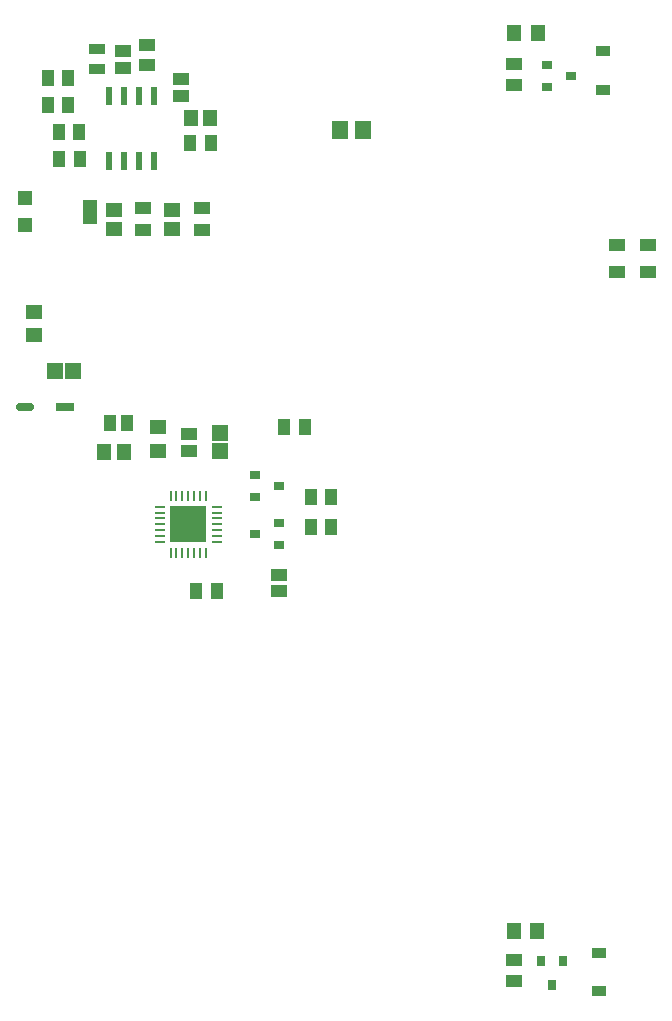
<source format=gbp>
G04*
G04 #@! TF.GenerationSoftware,Altium Limited,Altium Designer,24.10.1 (45)*
G04*
G04 Layer_Color=128*
%FSLAX44Y44*%
%MOMM*%
G71*
G04*
G04 #@! TF.SameCoordinates,9B87C798-A5EC-4888-A0B9-4BDBECF7F39D*
G04*
G04*
G04 #@! TF.FilePolarity,Positive*
G04*
G01*
G75*
%ADD19R,1.0500X1.4500*%
%ADD20R,1.3781X1.4562*%
%ADD22R,1.3500X1.1000*%
%ADD26R,1.1000X1.3500*%
%ADD34R,1.4000X1.1000*%
%ADD35R,1.4500X1.2000*%
%ADD42R,1.1000X1.4000*%
%ADD107R,1.4500X1.0500*%
%ADD108R,0.6000X1.5200*%
%ADD109R,1.0000X1.3500*%
%ADD110R,1.3500X0.8500*%
%ADD111R,3.1300X3.1300*%
%ADD112O,0.8500X0.2000*%
%ADD113O,0.2000X0.8500*%
%ADD114R,0.9000X0.8000*%
%ADD115R,1.2200X0.9100*%
%ADD116R,1.4500X1.3000*%
%ADD117R,1.3000X1.4500*%
%ADD118R,1.4000X1.0000*%
%ADD119R,1.3500X1.5500*%
%ADD120R,1.1500X1.4500*%
%ADD121R,1.3000X1.3000*%
%ADD122R,1.3000X2.0000*%
%ADD123R,1.2000X1.4500*%
%ADD124R,1.4562X1.3781*%
%ADD125R,1.5575X0.7425*%
G04:AMPARAMS|DCode=126|XSize=1.5575mm|YSize=0.7425mm|CornerRadius=0.3712mm|HoleSize=0mm|Usage=FLASHONLY|Rotation=180.000|XOffset=0mm|YOffset=0mm|HoleType=Round|Shape=RoundedRectangle|*
%AMROUNDEDRECTD126*
21,1,1.5575,0.0000,0,0,180.0*
21,1,0.8150,0.7425,0,0,180.0*
1,1,0.7425,-0.4075,0.0000*
1,1,0.7425,0.4075,0.0000*
1,1,0.7425,0.4075,0.0000*
1,1,0.7425,-0.4075,0.0000*
%
%ADD126ROUNDEDRECTD126*%
%ADD127R,0.8000X0.9000*%
D19*
X187924Y777082D02*
D03*
X169425D02*
D03*
D20*
X55372Y583801D02*
D03*
X71101D02*
D03*
D22*
X161800Y830879D02*
D03*
Y816878D02*
D03*
X112778Y841024D02*
D03*
Y855024D02*
D03*
X169058Y530535D02*
D03*
Y516535D02*
D03*
X244917Y397386D02*
D03*
Y411386D02*
D03*
D26*
X102012Y539645D02*
D03*
X116012D02*
D03*
D34*
X444467Y826336D02*
D03*
Y843836D02*
D03*
X133394Y842773D02*
D03*
Y860273D02*
D03*
X444405Y85382D02*
D03*
Y67882D02*
D03*
D35*
X37719Y614164D02*
D03*
Y634164D02*
D03*
X142753Y536670D02*
D03*
Y516670D02*
D03*
D42*
X289504Y477353D02*
D03*
X272003D02*
D03*
X289552Y451682D02*
D03*
X272052D02*
D03*
X58763Y763393D02*
D03*
X76263D02*
D03*
X49287Y831905D02*
D03*
X66787D02*
D03*
X49338Y808966D02*
D03*
X66838D02*
D03*
X58556Y786218D02*
D03*
X76056D02*
D03*
D107*
X129695Y703343D02*
D03*
Y721843D02*
D03*
X180298Y703298D02*
D03*
Y721797D02*
D03*
D108*
X101148Y816922D02*
D03*
X113848D02*
D03*
X126548D02*
D03*
X139248D02*
D03*
X101148Y762122D02*
D03*
X113848D02*
D03*
X126548D02*
D03*
X139248D02*
D03*
D109*
X249141Y536483D02*
D03*
X267141D02*
D03*
X174801Y398037D02*
D03*
X192801D02*
D03*
D110*
X90806Y839870D02*
D03*
Y856369D02*
D03*
D111*
X168274Y454207D02*
D03*
D112*
X144024Y469207D02*
D03*
Y464207D02*
D03*
Y459207D02*
D03*
Y454207D02*
D03*
Y449207D02*
D03*
Y444207D02*
D03*
Y439207D02*
D03*
X192524D02*
D03*
Y444207D02*
D03*
Y449207D02*
D03*
Y454207D02*
D03*
Y459207D02*
D03*
Y464207D02*
D03*
Y469207D02*
D03*
D113*
X153274Y429957D02*
D03*
X158274D02*
D03*
X163274D02*
D03*
X168274D02*
D03*
X173274D02*
D03*
X178274D02*
D03*
X183274D02*
D03*
Y478456D02*
D03*
X178274D02*
D03*
X173274D02*
D03*
X168274D02*
D03*
X163274D02*
D03*
X158274D02*
D03*
X153274D02*
D03*
D114*
X472267Y824544D02*
D03*
Y843544D02*
D03*
X492267Y834044D02*
D03*
X244986Y455661D02*
D03*
Y436661D02*
D03*
X224986Y446161D02*
D03*
X225150Y477160D02*
D03*
Y496160D02*
D03*
X245150Y486660D02*
D03*
D115*
X516429Y91581D02*
D03*
Y58881D02*
D03*
X519589Y821900D02*
D03*
Y854600D02*
D03*
D116*
X105784Y704711D02*
D03*
Y720711D02*
D03*
X154173Y704369D02*
D03*
Y720369D02*
D03*
D117*
X170577Y797953D02*
D03*
X186577D02*
D03*
D118*
X557654Y690998D02*
D03*
X531655D02*
D03*
X557640Y667483D02*
D03*
X531639D02*
D03*
D119*
X316660Y788331D02*
D03*
X297160D02*
D03*
D120*
X114143Y515383D02*
D03*
X96642D02*
D03*
D121*
X30002Y707611D02*
D03*
Y730611D02*
D03*
D122*
X85002Y719111D02*
D03*
D123*
X464249Y870449D02*
D03*
X444249D02*
D03*
X463967Y109714D02*
D03*
X443966D02*
D03*
D124*
X195437Y516597D02*
D03*
Y531878D02*
D03*
D125*
X64265Y553812D02*
D03*
D126*
X30257D02*
D03*
D127*
X476484Y64320D02*
D03*
X485984Y84320D02*
D03*
X466984D02*
D03*
M02*

</source>
